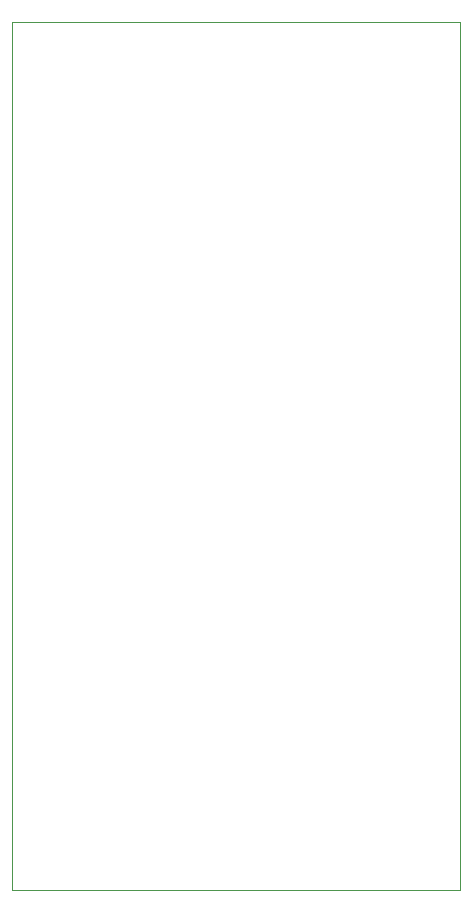
<source format=gbr>
%TF.GenerationSoftware,KiCad,Pcbnew,8.0.7*%
%TF.CreationDate,2025-01-11T16:41:09-06:00*%
%TF.ProjectId,ptSolar,7074536f-6c61-4722-9e6b-696361645f70,rev?*%
%TF.SameCoordinates,Original*%
%TF.FileFunction,Profile,NP*%
%FSLAX46Y46*%
G04 Gerber Fmt 4.6, Leading zero omitted, Abs format (unit mm)*
G04 Created by KiCad (PCBNEW 8.0.7) date 2025-01-11 16:41:09*
%MOMM*%
%LPD*%
G01*
G04 APERTURE LIST*
%TA.AperFunction,Profile*%
%ADD10C,0.050000*%
%TD*%
G04 APERTURE END LIST*
D10*
X129250000Y-67750000D02*
X167250000Y-67750000D01*
X167250000Y-67750000D02*
X167250000Y-141250000D01*
X167250000Y-141250000D02*
X129250000Y-141250000D01*
X129250000Y-141250000D02*
X129250000Y-67750000D01*
M02*

</source>
